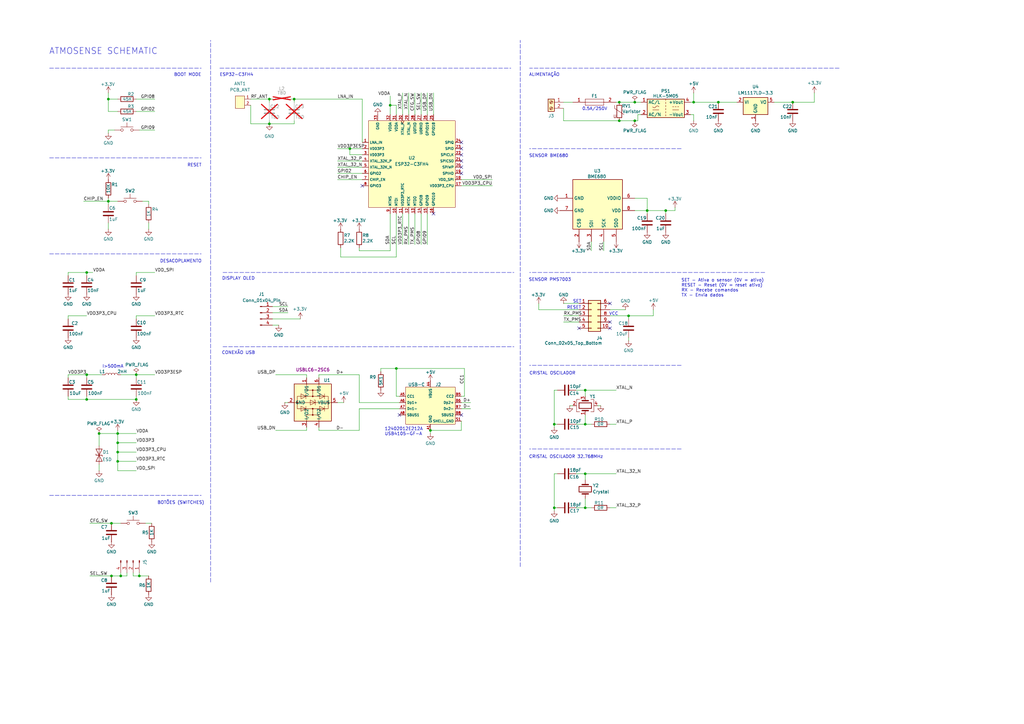
<source format=kicad_sch>
(kicad_sch (version 20250114) (generator "eeschema") (generator_version "9.0")
  (paper "A3")
  (text "SET - Ativa o sensor (0V = ativo)\nRESET - Reset (0V = reset ativo)\nRX - Recebe comandos\nTX - Envia dados" (at 279.4 118.11 0) (effects (font (size 1.27 1.27)) (justify left)))
  (text "SENSOR BME680\n" (at 225.044 64.008 0) (effects (font (size 1.27 1.27))))
  (text "CRISTAL OSCILADOR" (at 226.568 153.162 0) (effects (font (size 1.27 1.27))))
  (text "CRISTAL OSCILADOR 32.768MHz" (at 232.156 187.452 0) (effects (font (size 1.27 1.27))))
  (text "SENSOR PMS7003\n" (at 225.552 114.808 0) (effects (font (size 1.27 1.27))))
  (text "12402012E212A\nUSB4105-GF-A" (at 157.734 178.816 0) (effects (font (size 1.27 1.27)) (justify left bottom)))
  (text "ALIMENTAÇÃO\n" (at 223.266 30.734 0) (effects (font (size 1.27 1.27))))
  (text "CONEXÃO USB" (at 97.79 144.78 0) (effects (font (size 1.27 1.27))))
  (text "DISPLAY OLED" (at 97.79 114.3 0) (effects (font (size 1.27 1.27))))
  (text "ATMOSENSE SCHEMATIC\n" (at 42.418 21.082 0) (effects (font (size 2.54 2.54))))
  (text "0.5A/250V" (at 238.76 45.466 0) (effects (font (size 1.27 1.27)) (justify left bottom)))
  (text "RESET" (at 235.458 126.238 0) (effects (font (size 1.27 1.27))))
  (text "SET" (at 236.728 123.698 0) (effects (font (size 1.27 1.27))))
  (text "RESET" (at 79.756 67.818 0) (effects (font (size 1.27 1.27))))
  (text "BOTÕES (SWITCHES)" (at 74.168 206.248 0) (effects (font (size 1.27 1.27))))
  (text "BOOT MODE" (at 76.962 30.734 0) (effects (font (size 1.27 1.27))))
  (text "I>500mA" (at 41.91 151.13 0) (effects (font (size 1.27 1.27)) (justify left bottom)))
  (text "DESACOPLAMENTO\n" (at 74.168 107.188 0) (effects (font (size 1.27 1.27))))
  (text "ESP32-C3FH4" (at 97.028 30.734 0) (effects (font (size 1.27 1.27))))
  (text "VCC\n" (at 251.714 128.778 0) (effects (font (size 1.27 1.27))))
  (junction (at 57.15 236.22))
  (junction (at 240.03 160.02))
  (junction (at 254 41.91))
  (junction (at 254 49.53))
  (junction (at 143.51 60.96))
  (junction (at 227.33 173.99))
  (junction (at 35.56 163.83))
  (junction (at 44.45 82.55))
  (junction (at 240.03 208.28))
  (junction (at 325.12 41.91))
  (junction (at 49.53 236.22))
  (junction (at 44.45 40.64))
  (junction (at 35.56 153.67))
  (junction (at 55.88 163.83))
  (junction (at 273.05 86.36))
  (junction (at 55.88 153.67))
  (junction (at 294.64 41.91))
  (junction (at 284.48 41.91))
  (junction (at 45.72 214.63))
  (junction (at 48.26 177.8))
  (junction (at 45.72 236.22))
  (junction (at 120.65 40.64))
  (junction (at 40.64 177.8))
  (junction (at 110.49 50.8))
  (junction (at 260.35 41.91))
  (junction (at 257.81 129.54))
  (junction (at 240.03 173.99))
  (junction (at 160.02 43.18))
  (junction (at 176.53 176.53))
  (junction (at 227.33 208.28))
  (junction (at 48.26 189.23))
  (junction (at 48.26 181.61))
  (junction (at 48.26 185.42))
  (junction (at 240.03 194.31))
  (junction (at 110.49 40.64))
  (junction (at 35.56 111.76))
  (junction (at 265.43 86.36))
  (junction (at 162.56 151.13))
  (junction (at 260.35 49.53))
  (no_connect (at 250.19 132.08))
  (no_connect (at 189.23 66.04))
  (no_connect (at 189.23 63.5))
  (no_connect (at 250.19 134.62))
  (no_connect (at 177.8 87.63))
  (no_connect (at 189.23 68.58))
  (no_connect (at 189.23 58.42))
  (no_connect (at 189.23 170.18))
  (no_connect (at 163.83 170.18))
  (no_connect (at 148.59 76.2))
  (no_connect (at 189.23 60.96))
  (no_connect (at 250.19 124.46))
  (no_connect (at 189.23 71.12))
  (no_connect (at 237.49 134.62))
  (wire (pts (xy 172.72 87.63) (xy 172.72 100.33)))
  (wire (pts (xy 240.03 160.02) (xy 240.03 162.56)))
  (wire (pts (xy 27.94 130.81) (xy 27.94 129.54)))
  (wire (pts (xy 130.81 176.53) (xy 147.32 176.53)))
  (wire (pts (xy 27.94 113.03) (xy 27.94 111.76)))
  (wire (pts (xy 240.03 173.99) (xy 242.57 173.99)))
  (wire (pts (xy 250.19 129.54) (xy 257.81 129.54)))
  (wire (pts (xy 240.03 208.28) (xy 242.57 208.28)))
  (wire (pts (xy 261.62 46.99) (xy 262.89 46.99)))
  (polyline (pts (xy 279.4 60.96) (xy 217.17 60.96)) (stroke (width 0) (type dash)))
  (wire (pts (xy 49.53 236.22) (xy 45.72 236.22)))
  (polyline (pts (xy 20.32 27.94) (xy 82.55 27.94)) (stroke (width 0) (type dash)))
  (wire (pts (xy 138.43 60.96) (xy 143.51 60.96)))
  (wire (pts (xy 45.72 236.22) (xy 36.83 236.22)))
  (wire (pts (xy 60.96 82.55) (xy 60.96 83.82)))
  (wire (pts (xy 35.56 163.83) (xy 35.56 162.56)))
  (wire (pts (xy 125.73 154.94) (xy 125.73 153.67)))
  (wire (pts (xy 284.48 46.99) (xy 284.48 49.53)))
  (wire (pts (xy 283.21 41.91) (xy 284.48 41.91)))
  (wire (pts (xy 242.57 102.87) (xy 242.57 99.06)))
  (polyline (pts (xy 91.44 111.76) (xy 210.82 111.76)) (stroke (width 0) (type dash)))
  (wire (pts (xy 143.51 60.96) (xy 148.59 60.96)))
  (wire (pts (xy 167.64 87.63) (xy 167.64 100.33)))
  (wire (pts (xy 140.97 165.1) (xy 138.43 165.1)))
  (wire (pts (xy 48.26 189.23) (xy 48.26 193.04)))
  (wire (pts (xy 27.94 163.83) (xy 35.56 163.83)))
  (wire (pts (xy 114.3 133.35) (xy 111.76 133.35)))
  (wire (pts (xy 27.94 153.67) (xy 27.94 154.94)))
  (wire (pts (xy 139.7 101.6) (xy 139.7 105.41)))
  (wire (pts (xy 54.61 234.95) (xy 54.61 236.22)))
  (wire (pts (xy 256.54 127) (xy 250.19 127)))
  (wire (pts (xy 45.72 214.63) (xy 36.83 214.63)))
  (wire (pts (xy 102.87 40.64) (xy 110.49 40.64)))
  (wire (pts (xy 48.26 176.53) (xy 48.26 177.8)))
  (wire (pts (xy 227.33 173.99) (xy 228.6 173.99)))
  (wire (pts (xy 273.05 86.36) (xy 265.43 86.36)))
  (wire (pts (xy 240.03 194.31) (xy 252.73 194.31)))
  (wire (pts (xy 231.14 41.91) (xy 234.95 41.91)))
  (wire (pts (xy 156.21 151.13) (xy 162.56 151.13)))
  (wire (pts (xy 147.32 101.6) (xy 147.32 102.87)))
  (wire (pts (xy 231.14 124.46) (xy 237.49 124.46)))
  (wire (pts (xy 236.22 208.28) (xy 240.03 208.28)))
  (wire (pts (xy 231.14 49.53) (xy 254 49.53)))
  (wire (pts (xy 55.88 129.54) (xy 63.5 129.54)))
  (wire (pts (xy 111.76 130.81) (xy 123.19 130.81)))
  (wire (pts (xy 260.35 41.91) (xy 262.89 41.91)))
  (wire (pts (xy 63.5 40.64) (xy 55.88 40.64)))
  (wire (pts (xy 231.14 129.54) (xy 237.49 129.54)))
  (wire (pts (xy 40.64 190.5) (xy 40.64 193.04)))
  (wire (pts (xy 165.1 38.1) (xy 165.1 46.99)))
  (wire (pts (xy 57.15 236.22) (xy 60.96 236.22)))
  (wire (pts (xy 175.26 38.1) (xy 175.26 46.99)))
  (wire (pts (xy 177.8 38.1) (xy 177.8 46.99)))
  (wire (pts (xy 130.81 176.53) (xy 130.81 175.26)))
  (wire (pts (xy 189.23 176.53) (xy 176.53 176.53)))
  (wire (pts (xy 35.56 163.83) (xy 55.88 163.83)))
  (wire (pts (xy 189.23 172.72) (xy 189.23 176.53)))
  (wire (pts (xy 175.26 87.63) (xy 175.26 100.33)))
  (wire (pts (xy 160.02 39.37) (xy 160.02 43.18)))
  (wire (pts (xy 148.59 63.5) (xy 143.51 63.5)))
  (wire (pts (xy 284.48 41.91) (xy 294.64 41.91)))
  (wire (pts (xy 55.88 113.03) (xy 55.88 111.76)))
  (wire (pts (xy 334.01 38.1) (xy 334.01 41.91)))
  (wire (pts (xy 138.43 73.66) (xy 148.59 73.66)))
  (wire (pts (xy 48.26 185.42) (xy 48.26 189.23)))
  (wire (pts (xy 125.73 176.53) (xy 125.73 175.26)))
  (wire (pts (xy 162.56 151.13) (xy 190.5 151.13)))
  (wire (pts (xy 227.33 209.55) (xy 227.33 208.28)))
  (wire (pts (xy 267.97 129.54) (xy 257.81 129.54)))
  (wire (pts (xy 110.49 49.53) (xy 110.49 50.8)))
  (wire (pts (xy 189.23 167.64) (xy 193.04 167.64)))
  (wire (pts (xy 236.22 160.02) (xy 240.03 160.02)))
  (wire (pts (xy 48.26 45.72) (xy 44.45 45.72)))
  (wire (pts (xy 162.56 162.56) (xy 163.83 162.56)))
  (wire (pts (xy 113.03 176.53) (xy 125.73 176.53)))
  (wire (pts (xy 276.86 86.36) (xy 276.86 85.09)))
  (wire (pts (xy 254 41.91) (xy 260.35 41.91)))
  (polyline (pts (xy 20.32 203.2) (xy 82.55 203.2)) (stroke (width 0) (type dash)))
  (wire (pts (xy 58.42 82.55) (xy 60.96 82.55)))
  (wire (pts (xy 190.5 162.56) (xy 189.23 162.56)))
  (wire (pts (xy 227.33 208.28) (xy 228.6 208.28)))
  (wire (pts (xy 130.81 153.67) (xy 147.32 153.67)))
  (wire (pts (xy 284.48 38.1) (xy 284.48 41.91)))
  (wire (pts (xy 55.88 153.67) (xy 63.5 153.67)))
  (polyline (pts (xy 279.4 184.15) (xy 217.17 184.15)) (stroke (width 0) (type dash)))
  (wire (pts (xy 44.45 40.64) (xy 44.45 45.72)))
  (wire (pts (xy 111.76 125.73) (xy 118.11 125.73)))
  (wire (pts (xy 55.88 111.76) (xy 63.5 111.76)))
  (wire (pts (xy 317.5 41.91) (xy 325.12 41.91)))
  (wire (pts (xy 250.19 208.28) (xy 252.73 208.28)))
  (wire (pts (xy 231.14 44.45) (xy 231.14 49.53)))
  (wire (pts (xy 34.29 82.55) (xy 44.45 82.55)))
  (wire (pts (xy 147.32 153.67) (xy 147.32 165.1)))
  (wire (pts (xy 138.43 71.12) (xy 148.59 71.12)))
  (wire (pts (xy 294.64 41.91) (xy 302.26 41.91)))
  (wire (pts (xy 172.72 38.1) (xy 172.72 46.99)))
  (wire (pts (xy 44.45 81.28) (xy 44.45 82.55)))
  (wire (pts (xy 257.81 138.43) (xy 257.81 139.7)))
  (wire (pts (xy 252.73 41.91) (xy 254 41.91)))
  (wire (pts (xy 118.11 165.1) (xy 116.84 165.1)))
  (wire (pts (xy 110.49 41.91) (xy 110.49 40.64)))
  (wire (pts (xy 167.64 38.1) (xy 167.64 46.99)))
  (wire (pts (xy 55.88 162.56) (xy 55.88 163.83)))
  (polyline (pts (xy 20.32 64.77) (xy 82.55 64.77)) (stroke (width 0) (type dash)))
  (wire (pts (xy 138.43 68.58) (xy 148.59 68.58)))
  (wire (pts (xy 110.49 40.64) (xy 111.76 40.64)))
  (wire (pts (xy 201.93 76.2) (xy 189.23 76.2)))
  (wire (pts (xy 260.35 86.36) (xy 265.43 86.36)))
  (wire (pts (xy 44.45 53.34) (xy 46.99 53.34)))
  (wire (pts (xy 143.51 60.96) (xy 143.51 63.5)))
  (wire (pts (xy 110.49 50.8) (xy 120.65 50.8)))
  (wire (pts (xy 227.33 208.28) (xy 227.33 194.31)))
  (polyline (pts (xy 90.17 27.94) (xy 209.55 27.94)) (stroke (width 0) (type dash)))
  (wire (pts (xy 40.64 177.8) (xy 48.26 177.8)))
  (wire (pts (xy 45.72 214.63) (xy 49.53 214.63)))
  (wire (pts (xy 260.35 49.53) (xy 261.62 49.53)))
  (wire (pts (xy 160.02 43.18) (xy 160.02 46.99)))
  (wire (pts (xy 148.59 40.64) (xy 148.59 58.42)))
  (wire (pts (xy 265.43 81.28) (xy 265.43 86.36)))
  (wire (pts (xy 48.26 185.42) (xy 55.88 185.42)))
  (wire (pts (xy 240.03 204.47) (xy 240.03 208.28)))
  (wire (pts (xy 48.26 181.61) (xy 48.26 185.42)))
  (wire (pts (xy 201.93 73.66) (xy 189.23 73.66)))
  (wire (pts (xy 55.88 153.67) (xy 55.88 154.94)))
  (wire (pts (xy 231.14 132.08) (xy 237.49 132.08)))
  (polyline (pts (xy 20.32 104.14) (xy 82.55 104.14)) (stroke (width 0) (type dash)))
  (wire (pts (xy 63.5 53.34) (xy 57.15 53.34)))
  (wire (pts (xy 48.26 189.23) (xy 55.88 189.23)))
  (wire (pts (xy 138.43 66.04) (xy 148.59 66.04)))
  (wire (pts (xy 49.53 236.22) (xy 52.07 236.22)))
  (wire (pts (xy 44.45 83.82) (xy 44.45 82.55)))
  (wire (pts (xy 55.88 130.81) (xy 55.88 129.54)))
  (wire (pts (xy 176.53 177.8) (xy 176.53 176.53)))
  (wire (pts (xy 35.56 153.67) (xy 41.91 153.67)))
  (wire (pts (xy 44.45 93.98) (xy 44.45 91.44)))
  (wire (pts (xy 162.56 151.13) (xy 162.56 162.56)))
  (wire (pts (xy 227.33 173.99) (xy 227.33 160.02)))
  (wire (pts (xy 60.96 91.44) (xy 60.96 93.98)))
  (wire (pts (xy 54.61 236.22) (xy 57.15 236.22)))
  (wire (pts (xy 125.73 153.67) (xy 113.03 153.67)))
  (wire (pts (xy 27.94 153.67) (xy 35.56 153.67)))
  (wire (pts (xy 27.94 163.83) (xy 27.94 162.56)))
  (wire (pts (xy 57.15 234.95) (xy 57.15 236.22)))
  (wire (pts (xy 40.64 177.8) (xy 40.64 182.88)))
  (wire (pts (xy 227.33 160.02) (xy 228.6 160.02)))
  (wire (pts (xy 44.45 54.61) (xy 44.45 53.34)))
  (wire (pts (xy 52.07 234.95) (xy 52.07 236.22)))
  (wire (pts (xy 27.94 111.76) (xy 35.56 111.76)))
  (wire (pts (xy 35.56 111.76) (xy 35.56 113.03)))
  (wire (pts (xy 119.38 40.64) (xy 120.65 40.64)))
  (wire (pts (xy 170.18 100.33) (xy 170.18 87.63)))
  (wire (pts (xy 120.65 40.64) (xy 148.59 40.64)))
  (wire (pts (xy 63.5 45.72) (xy 55.88 45.72)))
  (wire (pts (xy 35.56 153.67) (xy 35.56 154.94)))
  (wire (pts (xy 220.98 124.46) (xy 220.98 127)))
  (wire (pts (xy 48.26 40.64) (xy 44.45 40.64)))
  (wire (pts (xy 139.7 105.41) (xy 162.56 105.41)))
  (wire (pts (xy 48.26 177.8) (xy 55.88 177.8)))
  (wire (pts (xy 48.26 177.8) (xy 48.26 181.61)))
  (wire (pts (xy 156.21 151.13) (xy 156.21 152.4)))
  (wire (pts (xy 190.5 162.56) (xy 190.5 151.13)))
  (wire (pts (xy 147.32 167.64) (xy 147.32 176.53)))
  (polyline (pts (xy 344.17 27.94) (xy 217.17 27.94)) (stroke (width 0) (type dash)))
  (wire (pts (xy 44.45 38.1) (xy 44.45 40.64)))
  (wire (pts (xy 147.32 165.1) (xy 163.83 165.1)))
  (wire (pts (xy 267.97 129.54) (xy 267.97 127)))
  (wire (pts (xy 240.03 170.18) (xy 240.03 173.99)))
  (wire (pts (xy 245.11 166.37) (xy 246.38 166.37)))
  (wire (pts (xy 120.65 41.91) (xy 120.65 40.64)))
  (wire (pts (xy 260.35 81.28) (xy 265.43 81.28)))
  (wire (pts (xy 147.32 102.87) (xy 160.02 102.87)))
  (wire (pts (xy 162.56 46.99) (xy 162.56 43.18)))
  (wire (pts (xy 257.81 130.81) (xy 257.81 129.54)))
  (wire (pts (xy 233.68 166.37) (xy 234.95 166.37)))
  (polyline (pts (xy 91.44 142.24) (xy 210.82 142.24)) (stroke (width 0) (type dash)))
  (wire (pts (xy 220.98 127) (xy 237.49 127)))
  (wire (pts (xy 49.53 234.95) (xy 49.53 236.22)))
  (wire (pts (xy 261.62 49.53) (xy 261.62 46.99)))
  (wire (pts (xy 254 49.53) (xy 260.35 49.53)))
  (wire (pts (xy 170.18 38.1) (xy 170.18 46.99)))
  (polyline (pts (xy 279.4 149.86) (xy 217.17 149.86)) (stroke (width 0) (type dash)))
  (wire (pts (xy 48.26 193.04) (xy 55.88 193.04)))
  (wire (pts (xy 227.33 175.26) (xy 227.33 173.99)))
  (wire (pts (xy 62.23 214.63) (xy 59.69 214.63)))
  (polyline (pts (xy 213.36 232.41) (xy 213.36 16.51)) (stroke (width 0) (type dash)))
  (wire (pts (xy 130.81 153.67) (xy 130.81 154.94)))
  (polyline (pts (xy 86.36 238.76) (xy 86.36 16.51)) (stroke (width 0) (type dash)))
  (wire (pts (xy 44.45 82.55) (xy 48.26 82.55)))
  (wire (pts (xy 102.87 50.8) (xy 110.49 50.8)))
  (wire (pts (xy 49.53 153.67) (xy 55.88 153.67)))
  (wire (pts (xy 160.02 43.18) (xy 162.56 43.18)))
  (wire (pts (xy 240.03 194.31) (xy 240.03 196.85)))
  (wire (pts (xy 276.86 86.36) (xy 273.05 86.36)))
  (wire (pts (xy 162.56 87.63) (xy 162.56 105.41)))
  (wire (pts (xy 102.87 43.18) (xy 102.87 50.8)))
  (wire (pts (xy 240.03 160.02) (xy 252.73 160.02)))
  (wire (pts (xy 165.1 100.33) (xy 165.1 87.63)))
  (wire (pts (xy 283.21 46.99) (xy 284.48 46.99)))
  (wire (pts (xy 120.65 50.8) (xy 120.65 49.53)))
  (polyline (pts (xy 313.69 111.76) (xy 217.17 111.76)) (stroke (width 0) (type dash)))
  (wire (pts (xy 189.23 165.1) (xy 193.04 165.1)))
  (wire (pts (xy 160.02 87.63) (xy 160.02 102.87)))
  (wire (pts (xy 111.76 128.27) (xy 118.11 128.27)))
  (wire (pts (xy 147.32 167.64) (xy 163.83 167.64)))
  (wire (pts (xy 227.33 194.31) (xy 228.6 194.31)))
  (wire (pts (xy 250.19 173.99) (xy 252.73 173.99)))
  (wire (pts (xy 236.22 173.99) (xy 240.03 173.99)))
  (wire (pts (xy 325.12 41.91) (xy 334.01 41.91)))
  (wire (pts (xy 48.26 181.61) (xy 55.88 181.61)))
  (wire (pts (xy 236.22 194.31) (xy 240.03 194.31)))
  (wire (pts (xy 247.65 102.87) (xy 247.65 99.06)))
  (wire (pts (xy 27.94 129.54) (xy 35.56 129.54)))
  (wire (pts (xy 273.05 87.63) (xy 273.05 86.36)))
  (wire (pts (xy 35.56 111.76) (xy 38.1 111.76)))
  (wire (pts (xy 265.43 86.36) (xy 265.43 87.63)))
  (label "CFG_SW" (at 36.83 214.63 0))
  (label "VDD3P3" (at 27.94 153.67 0))
  (label "VDDA" (at 160.02 39.37 180))
  (label "XTAL_N" (at 167.64 38.1 270))
  (label "VDD3P3_RTC" (at 55.88 189.23 0))
  (label "CC1" (at 190.5 157.48 90))
  (label "VDD3P3_CPU" (at 201.93 76.2 180))
  (label "RX_PMS" (at 231.14 129.54 0))
  (label "SDA" (at 160.02 100.33 90))
  (label "XTAL_P" (at 252.73 173.99 0))
  (label "SEL_SW" (at 172.72 38.1 270))
  (label "XTAL_32_P" (at 252.73 208.28 0))
  (label "VDDA" (at 38.1 111.76 0))
  (label "VDD_SPI" (at 55.88 193.04 0))
  (label "VDD_SPI" (at 63.5 111.76 0))
  (label "XTAL_32_N" (at 252.73 194.31 0))
  (label "GPI08" (at 172.72 100.33 90))
  (label "GPI02" (at 63.5 45.72 180))
  (label "XTAL_P" (at 165.1 38.1 270))
  (label "RF_ANT" (at 102.87 40.64 0))
  (label "SCL" (at 118.11 125.73 180))
  (label "XTAL_32_N" (at 138.43 68.58 0))
  (label "VDD3P3ESP" (at 138.43 60.96 0))
  (label "GPI09" (at 63.5 53.34 180))
  (label "XTAL_N" (at 252.73 160.02 0))
  (label "VDD3P3_RTC" (at 165.1 100.33 90))
  (label "TX_PMS" (at 170.18 100.33 90))
  (label "D-" (at 140.97 176.53 180))
  (label "CHIP_EN" (at 34.29 82.55 0))
  (label "SEL_SW" (at 36.83 236.22 0))
  (label "CHIP_EN" (at 138.43 73.66 0))
  (label "XTAL_32_P" (at 138.43 66.04 0))
  (label "GPI02" (at 138.43 71.12 0))
  (label "USB_DP" (at 175.26 38.1 270))
  (label "VDD3P3_CPU" (at 35.56 129.54 0))
  (label "USB_DP" (at 113.03 153.67 180))
  (label "GPI08" (at 63.5 40.64 180))
  (label "USB_DN" (at 113.03 176.53 180))
  (label "VDD3P3_RTC" (at 63.5 129.54 0))
  (label "TX_PMS" (at 231.14 132.08 0))
  (label "USB_DN" (at 177.8 38.1 270))
  (label "VDDA" (at 55.88 177.8 0))
  (label "D-" (at 193.04 167.64 180))
  (label "SCL" (at 247.65 102.87 90))
  (label "VDD3P3ESP" (at 63.5 153.67 0))
  (label "RX_PMS" (at 167.64 100.33 90))
  (label "LNA_IN" (at 138.43 40.64 0))
  (label "SCL" (at 162.56 100.33 90))
  (label "VDD_SPI" (at 201.93 73.66 180))
  (label "GPI09" (at 175.26 100.33 90))
  (label "VDD3P3" (at 55.88 181.61 0))
  (label "SDA" (at 118.11 128.27 180))
  (label "D+" (at 140.97 153.67 180))
  (label "CFG_SW" (at 170.18 38.1 270))
  (label "SDA" (at 242.57 102.87 90))
  (label "VDD3P3_CPU" (at 55.88 185.42 0))
  (label "D+" (at 193.04 165.1 180))
  (symbol (lib_id "Rastreador_Library:USB-C") (at 176.53 166.37 0) (unit 1)
    (property "Reference" "J2" (at 178.562 157.734 0) (effects (justify left)))
    (property "Value" "USB-C" (at 167.386 157.734 0) (effects (justify left)))
    (property "Footprint" "Connector_USB:USB_C_Receptacle_XKB_U262-16XN-4BVC11" (effects (hide yes)))
    (property "PN1" "USB4105-GF-A" (effects (hide yes)))
    (property "Description1" "Conectores USB USB Type C,2.0, Rec,SMT, 0.95mmTH Shell Stakes,G/F,RA,Top Mnt,T&R" (effects (hide yes)))
    (property "MOUSER1" "https://br.mouser.com/ProductDetail/GCT/USB4105-GF-A?qs=KUoIvG%2F9IlY%2FMLlBMpStpA%3D%3D" (effects (hide yes)))
    (property "Price1" "0,81" (effects (hide yes)))
  )
  (symbol (lib_id "Device:C") (at 120.65 45.72 0) (unit 1) (dnp yes)
    (property "Reference" "C13" (at 120.904 43.688 0) (effects (justify left)))
    (property "Value" "TBD" (at 121.158 48.006 0) (effects (justify left)))
    (property "Footprint" "Capacitor_SMD:C_0402_1005Metric" (effects (hide yes)))
  )
  (symbol (lib_id "power:GND") (at 284.48 49.53 0) (unit 1)
    (property "Reference" "#PWR045" (effects (hide yes)))
    (property "Value" "GND" (at 284.48 53.594 0))
    (property "Description" "Power symbol creates a global label with name \"GND\" , ground" (effects (hide yes)))
  )
  (symbol (lib_id "power:GND") (at 55.88 120.65 0) (unit 1)
    (property "Reference" "#PWR012" (effects (hide yes)))
    (property "Value" "GND" (at 55.88 124.714 0))
    (property "Description" "Power symbol creates a global label with name \"GND\" , ground" (effects (hide yes)))
  )
  (symbol (lib_id "power:GND") (at 116.84 165.1 0) (mirror y) (unit 1)
    (property "Reference" "#PWR019" (effects (hide yes)))
    (property "Value" "GND" (at 116.84 169.164 0))
    (property "Description" "Power symbol creates a global label with name \"GND\" , ground" (effects (hide yes)))
  )
  (symbol (lib_id "Device:C") (at 232.41 173.99 270) (unit 1)
    (property "Reference" "C15" (at 233.68 175.26 90) (effects (justify left)))
    (property "Value" "10pF" (at 233.68 172.72 90) (effects (justify left)))
    (property "Footprint" "Capacitor_SMD:C_0402_1005Metric" (effects (hide yes)))
    (property "Description1" "Capacitores de cerâmica multicamada MLCC - SMD/SMT 50V 10pF X7R 0402 10%" (effects (hide yes)))
    (property "MOUSER1" "https://br.mouser.com/ProductDetail/KEMET/C0402C100K5RACTU?qs=Mv7BduZupUgEdPvwNAxLRQ%3D%3D" (effects (hide yes)))
    (property "PN1" "C0402C100K5RACTU" (effects (hide yes)))
    (property "Price1" "0,13" (effects (hide yes)))
  )
  (symbol (lib_id "Connector:Screw_Terminal_01x02") (at 226.06 41.91 0) (mirror y) (unit 1)
    (property "Reference" "J3" (at 226.06 47.498 0))
    (property "Value" "TB007-508-02BE" (effects (hide yes)))
    (property "Footprint" "TerminalBlock_Phoenix:TerminalBlock_Phoenix_MKDS-1,5-2-5.08_1x02_P5.08mm_Horizontal" (effects (hide yes)))
  )
  (symbol (lib_id "Device:C") (at 110.49 45.72 0) (unit 1) (dnp yes)
    (property "Reference" "C12" (at 110.744 43.688 0) (effects (justify left)))
    (property "Value" "TBD" (at 110.998 48.006 0) (effects (justify left)))
    (property "Footprint" "Capacitor_SMD:C_0402_1005Metric" (effects (hide yes)))
  )
  (symbol (lib_id "Rastreador_Library:ESD") (at 40.64 186.69 90) (unit 1)
    (property "Reference" "D1" (at 43.434 185.42 90))
    (property "Value" "ESD" (at 43.942 188.468 90))
    (property "Footprint" "Diode_SMD:D_SOD-923" (effects (hide yes)))
    (property "Description1" "Supressores de ESD / Diodos TVS SOD-923 EUT SNGL CPR PBF" (effects (hide yes)))
    (property "MOUSER1" "https://br.mouser.com/ProductDetail/onsemi/SZESD9B33ST5G?qs=k6dkFvHqcvB0oAAsSAA7mQ%3D%3D" (effects (hide yes)))
    (property "PN1" "SZESD9B3.3ST5G" (effects (hide yes)))
    (property "Price1" "0,4" (effects (hide yes)))
  )
  (symbol (lib_id "power:PWR_FLAG") (at 40.64 177.8 0) (unit 1)
    (property "Reference" "#FLG01" (effects (hide yes)))
    (property "Value" "PWR_FLAG" (at 40.386 173.736 0))
    (property "Description" "Special symbol for telling ERC where power comes from" (effects (hide yes)))
  )
  (symbol (lib_id "Device:Crystal_GND24") (at 240.03 166.37 90) (unit 1)
    (property "Reference" "Y1" (at 243.078 162.56 90))
    (property "Value" "ECS-400-10-36B2-CKM-TR" (effects (hide yes)))
    (property "Footprint" "Crystal:Crystal_SMD_2520-4Pin_2.5x2.0mm" (effects (hide yes)))
    (property "PN1" "ECS-400-10-36B2-CKM-TR" (effects (hide yes)))
    (property "Description1" "Cristais ESR 30,FREQ 40,STABILITY +/-10ppm,TOLERANCE +/-10ppm,CL 10pF,AGING +/-2 ppm ,-20 +70 C,100uW in typical (Max 200uW), 2.50mm x 2.00mm" (effects (hide yes)))
    (property "MOUSER1" "https://br.mouser.com/ProductDetail/ECS/ECS-400-10-36B2-CKM-TR?qs=aP1CjGhiNiEXFwPeofJtNg%3D%3D" (effects (hide yes)))
    (property "Price1" "0,42" (effects (hide yes)))
  )
  (symbol (lib_id "power:GND") (at 309.88 49.53 0) (unit 1)
    (property "Reference" "#PWR047" (effects (hide yes)))
    (property "Value" "GND" (at 309.88 53.594 0))
  )
  (symbol (lib_id "power:GND") (at 55.88 163.83 0) (unit 1)
    (property "Reference" "#PWR014" (effects (hide yes)))
    (property "Value" "GND" (at 55.88 167.894 0))
    (property "Description" "Power symbol creates a global label with name \"GND\" , ground" (effects (hide yes)))
  )
  (symbol (lib_id "Sensor:BME680") (at 245.11 83.82 270) (unit 1)
    (property "Reference" "U3" (at 246.38 70.104 90) (effects (justify right)))
    (property "Value" "BME680" (at 248.666 72.39 90) (effects (justify right)))
    (property "Footprint" "Package_LGA:Bosch_LGA-8_3x3mm_P0.8mm_ClockwisePinNumbering" (effects (hide yes)))
    (property "Datasheet" "https://ae-bst.resource.bosch.com/media/_tech/media/datasheets/BST-BME680-DS001.pdf" (effects (hide yes)))
    (property "Description" "4-in-1 sensor, gas, humidity, pressure, temperature, I2C and SPI interface, 1.71-3.6V, LGA-8" (effects (hide yes)))
  )
  (symbol (lib_id "power:+5V") (at 176.53 156.21 0) (unit 1)
    (property "Reference" "#PWR026" (effects (hide yes)))
    (property "Value" "+5V" (at 176.53 152.654 0))
    (property "Description" "Power symbol creates a global label with name \"+5V\"" (effects (hide yes)))
  )
  (symbol (lib_name "Varistor_1") (lib_id "Device:Varistor") (at 254 45.72 0) (unit 1)
    (property "Reference" "RV1" (at 255.016 43.434 0) (effects (justify left)))
    (property "Value" "Varistor" (at 255.27 45.72 0) (effects (justify left)))
    (property "Footprint" "Varistor:RV_Disc_D7mm_W4.3mm_P5mm" (effects (hide yes)))
    (property "Description" "Voltage dependent resistor" (effects (hide yes)))
    (property "Sim.Name" "kicad_builtin_varistor" (effects (hide yes)))
    (property "Sim.Device" "SUBCKT" (effects (hide yes)))
    (property "Sim.Pins" "1=A 2=B" (effects (hide yes)))
    (property "Sim.Params" "threshold=1k" (effects (hide yes)))
    (property "Sim.Library" "${KICAD9_SYMBOL_DIR}/Simulation_SPICE.sp" (effects (hide yes)))
  )
  (symbol (lib_id "Device:C") (at 232.41 194.31 90) (unit 1)
    (property "Reference" "C16" (at 237.49 195.58 90) (effects (justify left)))
    (property "Value" "18pF" (at 238.506 192.786 90) (effects (justify left)))
    (property "Footprint" "Capacitor_SMD:C_0402_1005Metric" (effects (hide yes)))
    (property "Description1" "Capacitores de cerâmica multicamada MLCC - SMD/SMT 50V 10pF X7R 0402 10%" (effects (hide yes)))
    (property "MOUSER1" "https://br.mouser.com/ProductDetail/KEMET/C0402C100K5RACTU?qs=Mv7BduZupUgEdPvwNAxLRQ%3D%3D" (effects (hide yes)))
    (property "PN1" "C0402C100K5RACTU" (effects (hide yes)))
    (property "Price1" "0,13" (effects (hide yes)))
  )
  (symbol (lib_id "power:+3.3V") (at 334.01 38.1 0) (unit 1)
    (property "Reference" "#PWR049" (effects (hide yes)))
    (property "Value" "+3.3V" (at 334.01 34.036 0))
    (property "Description" "Power symbol creates a global label with name \"+3.3V\"" (effects (hide yes)))
  )
  (symbol (lib_id "power:GND") (at 231.14 124.46 0) (mirror x) (unit 1)
    (property "Reference" "#PWR033" (effects (hide yes)))
    (property "Value" "GND" (at 231.14 120.904 0))
    (property "Description" "Power symbol creates a global label with name \"GND\" , ground" (effects (hide yes)))
  )
  (symbol (lib_id "power:PWR_FLAG") (at 260.35 49.53 180) (unit 1)
    (property "Reference" "#FLG04" (effects (hide yes)))
    (property "Value" "PWR_FLAG" (at 260.35 53.594 0))
    (property "Description" "Special symbol for telling ERC where power comes from" (effects (hide yes)))
  )
  (symbol (lib_id "power:+5V") (at 140.97 165.1 0) (unit 1)
    (property "Reference" "#PWR022" (effects (hide yes)))
    (property "Value" "+5V" (at 140.97 161.29 0))
    (property "Description" "Power symbol creates a global label with name \"+5V\"" (effects (hide yes)))
  )
  (symbol (lib_id "power:GND") (at 27.94 138.43 0) (unit 1)
    (property "Reference" "#PWR02" (effects (hide yes)))
    (property "Value" "GND" (at 27.94 142.494 0))
    (property "Description" "Power symbol creates a global label with name \"GND\" , ground" (effects (hide yes)))
  )
  (symbol (lib_id "power:+5V") (at 284.48 38.1 0) (unit 1)
    (property "Reference" "#PWR044" (effects (hide yes)))
    (property "Value" "+5V" (at 284.48 34.29 0))
    (property "Description" "Power symbol creates a global label with name \"+5V\"" (effects (hide yes)))
  )
  (symbol (lib_id "Converter_ACDC:HLK-5M05") (at 273.05 44.45 0) (unit 1)
    (property "Reference" "PS1" (at 273.05 37.338 0))
    (property "Value" "HLK-5M05" (at 273.05 39.37 0))
    (property "Footprint" "Converter_ACDC:Converter_ACDC_Hi-Link_HLK-5Mxx" (effects (hide yes)))
    (property "Datasheet" "http://h.hlktech.com/download/ACDC%E7%94%B5%E6%BA%90%E6%A8%A1%E5%9D%975W%E7%B3%BB%E5%88%97/1/%E6%B5%B7%E5%87%8C%E7%A7%915W%E7%B3%BB%E5%88%97%E7%94%B5%E6%BA%90%E6%A8%A1%E5%9D%97%E8%A7%84%E6%A0%BC%E4%B9%A6V2.8.pdf" (effects (hide yes)))
    (property "Description" "Compact AC/DC board mount power module 5W, 5V 1A" (effects (hide yes)))
  )
  (symbol (lib_id "power:GND") (at 40.64 193.04 0) (unit 1)
    (property "Reference" "#PWR04" (effects (hide yes)))
    (property "Value" "GND" (at 40.64 197.104 0))
    (property "Description" "Power symbol creates a global label with name \"GND\" , ground" (effects (hide yes)))
  )
  (symbol (lib_id "Connector:Conn_01x04_Pin") (at 106.68 128.27 0) (unit 1)
    (property "Reference" "J1" (at 107.315 120.65 0))
    (property "Value" "Conn_01x04_Pin" (at 107.315 123.19 0))
    (property "Footprint" "Connector_PinSocket_2.00mm:PinSocket_1x04_P2.00mm_Vertical" (effects (hide yes)))
    (property "Description" "Generic connector, single row, 01x04, script generated" (effects (hide yes)))
  )
  (symbol (lib_id "Switch:SW_Push") (at 52.07 53.34 0) (mirror y) (unit 1)
    (property "Reference" "SW1" (at 52.07 49.022 0))
    (property "Value" "SW_Push" (effects (hide yes)))
    (property "Footprint" "Button_Switch_SMD:SW_SPST_PTS810" (effects (hide yes)))
    (property "Description" "Push button switch, generic, two pins" (effects (hide yes)))
  )
  (symbol (lib_id "power:+3.3V") (at 44.45 73.66 0) (unit 1)
    (property "Reference" "#PWR07" (effects (hide yes)))
    (property "Value" "+3.3V" (at 44.196 70.104 0))
    (property "Description" "Power symbol creates a global label with name \"+3.3V\"" (effects (hide yes)))
  )
  (symbol (lib_name "GND_1") (lib_id "power:GND") (at 156.21 160.02 0) (unit 1)
    (property "Reference" "#PWR025" (effects (hide yes)))
    (property "Value" "GND" (effects (hide yes)))
    (property "Description" "Power symbol creates a global label with name \"GND\" , ground" (effects (hide yes)))
  )
  (symbol (lib_id "power:GND") (at 27.94 120.65 0) (unit 1)
    (property "Reference" "#PWR01" (effects (hide yes)))
    (property "Value" "GND" (at 27.94 124.714 0))
    (property "Description" "Power symbol creates a global label with name \"GND\" , ground" (effects (hide yes)))
  )
  (symbol (lib_id "Device:R") (at 52.07 45.72 270) (mirror x) (unit 1)
    (property "Reference" "R3" (at 52.324 43.688 90) (effects (justify left)))
    (property "Value" "45K" (at 50.292 45.72 90) (effects (justify left)))
    (property "Footprint" "Resistor_SMD:R_0402_1005Metric" (effects (hide yes)))
    (property "Description" "Resistor" (effects (hide yes)))
  )
  (symbol (lib_id "SamacSys_Parts:SF-2410SP050W-2") (at 234.95 41.91 0) (unit 1)
    (property "Reference" "F1" (at 243.84 39.37 0))
    (property "Value" "SF-2410SP050W-2" (effects (hide yes)))
    (property "Footprint" "SamacSys_Parts:FUSC6125X236N" (effects (hide yes)))
    (property "Datasheet" "https://www.bourns.com/docs/Product-Datasheets/SF-2410SPxxxW.pdf" (effects (hide yes)))
    (property "Description" "Surface Mount Fuses 0.5A Time Lag 2410 SinglFuse" (effects (hide yes)))
    (property "Height" "2.36" (effects (hide yes)))
    (property "Mouser Part Number" "652-SF-2410SP050W-2" (effects (hide yes)))
    (property "Mouser Price/Stock" "https://www.mouser.co.uk/ProductDetail/Bourns/SF-2410SP050W-2?qs=55YtniHzbhAbLtmcAyIlLQ%3D%3D" (effects (hide yes)))
    (property "Manufacturer_Name" "Bourns" (effects (hide yes)))
    (property "Manufacturer_Part_Number" "SF-2410SP050W-2" (effects (hide yes)))
  )
  (symbol (lib_id "Switch:SW_Push") (at 54.61 214.63 0) (mirror y) (unit 1)
    (property "Reference" "SW3" (at 54.61 210.312 0))
    (property "Value" "SW_Push" (effects (hide yes)))
    (property "Footprint" "Button_Switch_SMD:SW_SPST_PTS810" (effects (hide yes)))
    (property "Description1" "Interruptor tátil Tact Switch, 12 VDC, 50 mA, 4.2x3.2, 2.5mm H, 180gf, J leads" (effects (hide yes)))
    (property "MOUSER1" "https://www.mouser.com/ProductDetail/CK/PTS815-SJM-250-SMTR-LFS?qs=ahcBuItHZ3xKWmfV%2F2E6bA%3D%3D" (effects (hide yes)))
    (property "PN1" "PTS815 SJM 250 SMTR LFS" (effects (hide yes)))
    (property "Price1" "0,18" (effects (hide yes)))
  )
  (symbol (lib_id "Device:R") (at 44.45 77.47 0) (unit 1)
    (property "Reference" "R1" (at 45.72 75.692 0) (effects (justify left)))
    (property "Value" "10K" (at 44.45 79.248 90) (effects (justify left)))
    (property "Footprint" "Resistor_SMD:R_0402_1005Metric" (effects (hide yes)))
    (property "Description" "Resistor" (effects (hide yes)))
  )
  (symbol (lib_id "power:+3.3V") (at 252.73 99.06 180) (unit 1)
    (property "Reference" "#PWR037" (effects (hide yes)))
    (property "Value" "+3.3V" (at 252.476 102.87 0))
    (property "Description" "Power symbol creates a global label with name \"+3.3V\"" (effects (hide yes)))
  )
  (symbol (lib_id "power:GND") (at 35.56 120.65 0) (unit 1)
    (property "Reference" "#PWR03" (effects (hide yes)))
    (property "Value" "GND" (at 35.56 124.714 0))
    (property "Description" "Power symbol creates a global label with name \"GND\" , ground" (effects (hide yes)))
  )
  (symbol (lib_id "power:GND") (at 44.45 93.98 0) (unit 1)
    (property "Reference" "#PWR08" (effects (hide yes)))
    (property "Value" "GND" (at 44.45 98.044 0))
    (property "Description" "Power symbol creates a global label with name \"GND\" , ground" (effects (hide yes)))
  )
  (symbol (lib_id "power:+5V") (at 267.97 127 0) (unit 1)
    (property "Reference" "#PWR041" (effects (hide yes)))
    (property "Value" "+5V" (at 267.97 123.19 0))
    (property "Description" "Power symbol creates a global label with name \"+5V\"" (effects (hide yes)))
  )
  (symbol (lib_id "Device:C") (at 232.41 160.02 90) (unit 1)
    (property "Reference" "C14" (at 237.49 161.29 90) (effects (justify left)))
    (property "Value" "10pF" (at 238.506 158.496 90) (effects (justify left)))
    (property "Footprint" "Capacitor_SMD:C_0402_1005Metric" (effects (hide yes)))
    (property "Description1" "Capacitores de cerâmica multicamada MLCC - SMD/SMT 50V 10pF X7R 0402 10%" (effects (hide yes)))
    (property "MOUSER1" "https://br.mouser.com/ProductDetail/KEMET/C0402C100K5RACTU?qs=Mv7BduZupUgEdPvwNAxLRQ%3D%3D" (effects (hide yes)))
    (property "PN1" "C0402C100K5RACTU" (effects (hide yes)))
    (property "Price1" "0,13" (effects (hide yes)))
  )
  (symbol (lib_id "Connector:Conn_01x04_Pin") (at 54.61 229.87 270) (unit 1)
    (property "Reference" "J5" (at 59.436 230.632 0))
    (property "Value" "Conn_01x04_Pin" (effects (hide yes)))
    (property "Footprint" "Connector_PinSocket_2.00mm:PinSocket_2x02_P2.00mm_Vertical_SMD" (effects (hide yes)))
    (property "Description" "Generic connector, single row, 01x04, script generated" (effects (hide yes)))
  )
  (symbol (lib_id "Device:R") (at 52.07 40.64 270) (mirror x) (unit 1)
    (property "Reference" "R2" (at 52.324 38.608 90) (effects (justify left)))
    (property "Value" "45K" (at 50.292 40.64 90) (effects (justify left)))
    (property "Footprint" "Resistor_SMD:R_0402_1005Metric" (effects (hide yes)))
    (property "Description" "Resistor" (effects (hide yes)))
  )
  (symbol (lib_id "Device:R") (at 246.38 173.99 90) (unit 1)
    (property "Reference" "R10" (at 247.65 171.958 90) (effects (justify left)))
    (property "Value" "0R" (at 247.65 173.99 90) (effects (justify left)))
    (property "Footprint" "Resistor_SMD:R_0402_1005Metric" (effects (hide yes)))
    (property "Description1" "Resistores de filme grosso - SMD 1/16watt 0ohm Uso comercial" (effects (hide yes)))
    (property "MOUSER1" "https://www.mouser.com/ProductDetail/Vishay-Dale/CRCW04020000Z0EDC?qs=E3Y5ESvWgWOwcf2YlTW7ng%3D%3D" (effects (hide yes)))
    (property "PN1" "CRCW04020000Z0EDC" (effects (hide yes)))
    (property "Price1" "0,1" (effects (hide yes)))
  )
  (symbol (lib_id "power:PWR_FLAG") (at 260.35 41.91 0) (unit 1)
    (property "Reference" "#FLG03" (effects (hide yes)))
    (property "Value" "PWR_FLAG" (at 260.35 37.846 0))
    (property "Description" "Special symbol for telling ERC where power comes from" (effects (hide yes)))
  )
  (symbol (lib_id "power:GND") (at 60.96 93.98 0) (unit 1)
    (property "Reference" "#PWR015" (effects (hide yes)))
    (property "Value" "GND" (at 60.96 98.044 0))
    (property "Description" "Power symbol creates a global label with name \"GND\" , ground" (effects (hide yes)))
  )
  (symbol (lib_id "Rastreador_Library:USBLC6-CUSTOM") (at 120.65 157.48 270) (unit 1)
    (property "Reference" "U1" (at 134.112 155.956 90))
    (property "Value" "USBLC6-2SC6" (effects (hide yes)))
    (property "Footprint" "Package_TO_SOT_SMD:SOT-23-6" (effects (hide yes)))
    (property "PN1" "USBLC6-2SC6" (at 128.27 151.638 90))
  )
  (symbol (lib_id "Device:R") (at 60.96 240.03 0) (mirror y) (unit 1)
    (property "Reference" "R6" (at 59.69 240.03 0) (effects (justify left)))
    (property "Value" "1K" (at 60.96 241.3 90) (effects (justify left)))
    (property "Footprint" "Resistor_SMD:R_0603_1608Metric" (effects (hide yes)))
    (property "Description1" "Resistores de Filme Espesso - SMD 1/10Watt 1Kohms 1% Commercial Use" (effects (hide yes)))
    (property "MOUSER1" "https://www.mouser.com/ProductDetail/Vishay-Dale/CRCW06031K00FKEAC?qs=E3Y5ESvWgWOQ7ePIWbGVFg%3D%3D" (effects (hide yes)))
    (property "PN1" "CRCW06031K00FKEAC" (effects (hide yes)))
    (property "Price1" "0,1" (effects (hide yes)))
  )
  (symbol (lib_id "power:GND") (at 154.94 46.99 180) (unit 1)
    (property "Reference" "#PWR024" (effects (hide yes)))
    (property "Value" "GND" (at 154.94 42.926 0))
    (property "Description" "Power symbol creates a global label with name \"GND\" , ground" (effects (hide yes)))
  )
  (symbol (lib_id "Device:C") (at 35.56 158.75 0) (unit 1)
    (property "Reference" "C5" (at 35.814 156.718 0) (effects (justify left)))
    (property "Value" "100nF" (at 36.068 161.29 0) (effects (justify left)))
    (property "Footprint" "Capacitor_SMD:C_0402_1005Metric" (effects (hide yes)))
    (property "PN1" "GCM155R71H104KE02J" (effects (hide yes)))
    (property "Description1" "Capacitores de cerâmica multicamada MLCC - SMD/SMT .1UF 50V 10% 0402" (effects (hide yes)))
    (property "MOUSER1" "https://br.mouser.com/ProductDetail/Murata-Electronics/GCM155R71H104KE02J?qs=hNud%2FORuBR1wlwGPFWBVDg%3D%3D" (effects (hide yes)))
    (property "Price1" "0,13" (effects (hide yes)))
  )
  (symbol (lib_id "Device:L") (at 45.72 153.67 90) (unit 1)
    (property "Reference" "L1" (at 43.18 152.4 90) (effects (justify left)))
    (property "Value" "2nH" (at 52.07 152.4 90) (effects (justify left)))
    (property "Footprint" "Inductor_SMD:L_0402_1005Metric" (effects (hide yes)))
  )
  (symbol (lib_id "Device:C") (at 27.94 134.62 0) (mirror y) (unit 1)
    (property "Reference" "C2" (at 32.004 132.588 0) (effects (justify left)))
    (property "Value" "100nF" (at 34.29 136.906 0) (effects (justify left)))
    (property "Footprint" "Capacitor_SMD:C_0402_1005Metric" (effects (hide yes)))
    (property "PN1" "GCM155R71H104KE02J" (effects (hide yes)))
    (property "Description1" "Capacitores de cerâmica multicamada MLCC - SMD/SMT .1UF 50V 10% 0402" (effects (hide yes)))
    (property "MOUSER1" "https://br.mouser.com/ProductDetail/Murata-Electronics/GCM155R71H104KE02J?qs=hNud%2FORuBR1wlwGPFWBVDg%3D%3D" (effects (hide yes)))
    (property "Price1" "0,13" (effects (hide yes)))
  )
  (symbol (lib_id "Device:R") (at 246.38 208.28 90) (unit 1)
    (property "Reference" "R11" (at 247.65 206.248 90) (effects (justify left)))
    (property "Value" "0R" (at 247.65 208.28 90) (effects (justify left)))
    (property "Footprint" "Resistor_SMD:R_0402_1005Metric" (effects (hide yes)))
    (property "Description1" "Resistores de filme grosso - SMD 1/16watt 0ohm Uso comercial" (effects (hide yes)))
    (property "MOUSER1" "https://www.mouser.com/ProductDetail/Vishay-Dale/CRCW04020000Z0EDC?qs=E3Y5ESvWgWOwcf2YlTW7ng%3D%3D" (effects (hide yes)))
    (property "PN1" "CRCW04020000Z0EDC" (effects (hide yes)))
    (property "Price1" "0,1" (effects (hide yes)))
  )
  (symbol (lib_id "power:GND") (at 229.87 86.36 270) (unit 1)
    (property "Reference" "#PWR032" (effects (hide yes)))
    (property "Value" "GND" (at 225.044 86.36 90))
  )
  (symbol (lib_id "Device:C") (at 265.43 91.44 0) (mirror y) (unit 1)
    (property "Reference" "C19" (at 265.176 89.408 0) (effects (justify left)))
    (property "Value" "100nF" (at 265.176 93.726 0) (effects (justify left)))
    (property "Footprint" "Capacitor_SMD:C_0402_1005Metric" (effects (hide yes)))
    (property "Description" "Unpolarized capacitor" (effects (hide yes)))
  )
  (symbol (lib_id "power:GND") (at 273.05 95.25 0) (mirror y) (unit 1)
    (property "Reference" "#PWR042" (effects (hide yes)))
    (property "Value" "GND" (at 273.05 99.314 0))
    (property "Description" "Power symbol creates a global label with name \"GND\" , ground" (effects (hide yes)))
  )
  (symbol (lib_id "Device:C") (at 232.41 208.28 270) (unit 1)
    (property "Reference" "C17" (at 233.68 209.55 90) (effects (justify left)))
    (property "Value" "18pF" (at 233.68 207.01 90) (effects (justify left)))
    (property "Footprint" "Capacitor_SMD:C_0402_1005Metric" (effects (hide yes)))
    (property "Description1" "Capacitores de cerâmica multicamada MLCC - SMD/SMT 50V 10pF X7R 0402 10%" (effects (hide yes)))
    (property "MOUSER1" "https://br.mouser.com/ProductDetail/KEMET/C0402C100K5RACTU?qs=Mv7BduZupUgEdPvwNAxLRQ%3D%3D" (effects (hide yes)))
    (property "PN1" "C0402C100K5RACTU" (effects (hide yes)))
    (property "Price1" "0,13" (effects (hide yes)))
  )
  (symbol (lib_id "Switch:SW_Push") (at 53.34 82.55 0) (unit 1)
    (property "Reference" "SW2" (at 53.34 78.232 0))
    (property "Value" "SW_Push" (effects (hide yes)))
    (property "Footprint" "Button_Switch_SMD:SW_SPST_PTS810" (effects (hide yes)))
    (property "Description" "Push button switch, generic, two pins" (effects (hide yes)))
  )
  (symbol (lib_id "power:+3.3V") (at 139.7 93.98 0) (unit 1)
    (property "Reference" "#PWR021" (effects (hide yes)))
    (property "Value" "+3.3V" (at 139.446 90.424 0))
    (property "Description" "Power symbol creates a global label with name \"+3.3V\"" (effects (hide yes)))
  )
  (symbol (lib_id "Device:C") (at 325.12 45.72 0) (mirror y) (unit 1)
    (property "Reference" "C22" (at 324.866 43.688 0) (effects (justify left)))
    (property "Value" "10nF" (at 324.866 48.006 0) (effects (justify left)))
    (property "Footprint" "Capacitor_SMD:C_0402_1005Metric" (effects (hide yes)))
    (property "Description" "Unpolarized capacitor" (effects (hide yes)))
  )
  (symbol (lib_id "power:GND") (at 62.23 222.25 0) (mirror y) (unit 1)
    (property "Reference" "#PWR016" (effects (hide yes)))
    (property "Value" "GND" (at 62.23 226.314 0))
    (property "Description" "Power symbol creates a global label with name \"GND\" , ground" (effects (hide yes)))
  )
  (symbol (lib_name "GND_1") (lib_id "power:GND") (at 246.38 166.37 0) (unit 1)
    (property "Reference" "#PWR036" (effects (hide yes)))
    (property "Value" "GND" (effects (hide yes)))
    (property "Description" "Power symbol creates a global label with name \"GND\" , ground" (effects (hide yes)))
  )
  (symbol (lib_id "Connector_Generic:Conn_02x05_Top_Bottom") (at 242.57 129.54 0) (unit 1)
    (property "Reference" "J4" (at 245.872 138.684 0))
    (property "Value" "Conn_02x05_Top_Bottom" (at 235.204 140.716 0))
    (property "Footprint" "Connector_PinSocket_2.00mm:PinSocket_2x05_P2.00mm_Vertical" (effects (hide yes)))
    (property "Description" "Generic connector, double row, 02x05, top/bottom pin numbering scheme (row 1: 1...pins_per_row, row2: pins_per_row+1 ... num_pins), script generated (kicad-library-utils/schlib/autogen/connector/)" (effects (hide yes)))
  )
  (symbol (lib_id "power:GND") (at 256.54 127 0) (mirror x) (unit 1)
    (property "Reference" "#PWR038" (effects (hide yes)))
    (property "Value" "GND" (at 256.54 123.444 0))
    (property "Description" "Power symbol creates a global label with name \"GND\" , ground" (effects (hide yes)))
  )
  (symbol (lib_id "Device:C") (at 55.88 158.75 0) (unit 1)
    (property "Reference" "C11" (at 56.134 156.718 0) (effects (justify left)))
    (property "Value" "100nF" (at 56.388 161.29 0) (effects (justify left)))
    (property "Footprint" "Capacitor_SMD:C_0402_1005Metric" (effects (hide yes)))
    (property "PN1" "GCM155R71H104KE02J" (effects (hide yes)))
    (property "Description1" "Capacitores de cerâmica multicamada MLCC - SMD/SMT .1UF 50V 10% 0402" (effects (hide yes)))
    (property "MOUSER1" "https://br.mouser.com/ProductDetail/Murata-Electronics/GCM155R71H104KE02J?qs=hNud%2FORuBR1wlwGPFWBVDg%3D%3D" (effects (hide yes)))
    (property "Price1" "0,13" (effects (hide yes)))
  )
  (symbol (lib_id "power:+3.3V") (at 123.19 130.81 0) (unit 1)
    (property "Reference" "#PWR020" (effects (hide yes)))
    (property "Value" "+3.3V" (at 122.936 126.746 0))
    (property "Description" "Power symbol creates a global label with name \"+3.3V\"" (effects (hide yes)))
  )
  (symbol (lib_id "power:GND") (at 325.12 49.53 0) (unit 1)
    (property "Reference" "#PWR048" (effects (hide yes)))
    (property "Value" "GND" (at 325.12 53.594 0))
  )
  (symbol (lib_id "Device:R") (at 60.96 87.63 0) (unit 1)
    (property "Reference" "R4" (at 62.23 85.852 0) (effects (justify left)))
    (property "Value" "1K" (at 60.96 88.9 90) (effects (justify left)))
    (property "Footprint" "Resistor_SMD:R_0402_1005Metric" (effects (hide yes)))
    (property "Description" "Resistor" (effects (hide yes)))
  )
  (symbol (lib_id "Device:C") (at 27.94 116.84 0) (unit 1)
    (property "Reference" "C1" (at 28.194 114.808 0) (effects (justify left)))
    (property "Value" "1uF" (at 28.194 119.126 0) (effects (justify left)))
    (property "Footprint" "Capacitor_SMD:C_0402_1005Metric" (effects (hide yes)))
    (property "Description" "Unpolarized capacitor" (effects (hide yes)))
  )
  (symbol (lib_id "power:GND") (at 229.87 81.28 270) (unit 1)
    (property "Reference" "#PWR031" (effects (hide yes)))
    (property "Value" "GND" (at 225.044 81.28 90))
  )
  (symbol (lib_id "power:GND") (at 227.33 209.55 0) (mirror y) (unit 1)
    (property "Reference" "#PWR030" (effects (hide yes)))
    (property "Value" "GND" (at 227.33 213.614 0))
    (property "Description" "Power symbol creates a global label with name \"GND\" , ground" (effects (hide yes)))
  )
  (symbol (lib_id "Device:C") (at 55.88 116.84 0) (mirror y) (unit 1)
    (property "Reference" "C9" (at 59.944 114.808 0) (effects (justify left)))
    (property "Value" "1uF" (at 59.944 119.126 0) (effects (justify left)))
    (property "Footprint" "Capacitor_SMD:C_0402_1005Metric" (effects (hide yes)))
    (property "PN1" "GRM155R61C105KA12D" (effects (hide yes)))
    (property "Description1" "Capacitores de cerâmica multicamada MLCC - SMD/SMT 1.0UF 16V 10% 0402" (effects (hide yes)))
    (property "MOUSER1" "https://br.mouser.com/ProductDetail/Murata-Electronics/GRM155R61C105KA12D?qs=MNX0Jdkv8mRzFdIwfsySnw%3D%3D" (effects (hide yes)))
    (property "Price1" "0,1" (effects (hide yes)))
  )
  (symbol (lib_id "power:+3.3V") (at 147.32 93.98 0) (unit 1)
    (property "Reference" "#PWR023" (effects (hide yes)))
    (property "Value" "+3.3V" (at 147.066 90.424 0))
    (property "Description" "Power symbol creates a global label with name \"+3.3V\"" (effects (hide yes)))
  )
  (symbol (lib_id "power:GND") (at 257.81 139.7 0) (mirror y) (unit 1)
    (property "Reference" "#PWR039" (effects (hide yes)))
    (property "Value" "GND" (at 257.81 143.764 0))
    (property "Description" "Power symbol creates a global label with name \"GND\" , ground" (effects (hide yes)))
  )
  (symbol (lib_id "Device:C") (at 273.05 91.44 0) (mirror y) (unit 1)
    (property "Reference" "C20" (at 272.796 89.408 0) (effects (justify left)))
    (property "Value" "1uF" (at 272.796 93.726 0) (effects (justify left)))
    (property "Footprint" "Capacitor_SMD:C_0402_1005Metric" (effects (hide yes)))
    (property "Description" "Unpolarized capacitor" (effects (hide yes)))
  )
  (symbol (lib_id "power:+3.3V") (at 276.86 85.09 0) (unit 1)
    (property "Reference" "#PWR043" (effects (hide yes)))
    (property "Value" "+3.3V" (at 276.606 81.534 0))
    (property "Description" "Power symbol creates a global label with name \"+3.3V\"" (effects (hide yes)))
  )
  (symbol (lib_id "Device:C") (at 45.72 218.44 0) (unit 1)
    (property "Reference" "C7" (at 41.402 216.154 0) (effects (justify left)))
    (property "Value" "1uF" (at 41.656 220.726 0) (effects (justify left)))
    (property "Footprint" "Capacitor_SMD:C_0402_1005Metric" (effects (hide yes)))
    (property "PN1" "GRM155R61C105KA12D" (effects (hide yes)))
    (property "Description1" "Capacitores de cerâmica multicamada MLCC - SMD/SMT 1.0UF 16V 10% 0402" (effects (hide yes)))
    (property "MOUSER1" "https://br.mouser.com/ProductDetail/Murata-Electronics/GRM155R61C105KA12D?qs=MNX0Jdkv8mRzFdIwfsySnw%3D%3D" (effects (hide yes)))
    (property "Price1" "0,1" (effects (hide yes)))
  )
  (symbol (lib_id "power:GND") (at 110.49 50.8 0) (unit 1)
    (property "Reference" "#PWR050" (effects (hide yes)))
    (property "Value" "GND" (at 110.49 55.88 0))
    (property "Description" "Power symbol creates a global label with name \"GND\" , ground" (effects (hide yes)))
  )
  (symbol (lib_id "power:GND") (at 114.3 133.35 0) (mirror y) (unit 1)
    (property "Reference" "#PWR018" (effects (hide yes)))
    (property "Value" "GND" (at 114.3 137.414 0))
    (property "Description" "Power symbol creates a global label with name \"GND\" , ground" (effects (hide yes)))
  )
  (symbol (lib_id "power:PWR_FLAG") (at 55.88 153.67 0) (unit 1)
    (property "Reference" "#FLG02" (effects (hide yes)))
    (property "Value" "PWR_FLAG" (at 56.134 149.606 0))
    (property "Description" "Special symbol for telling ERC where power comes from" (effects (hide yes)))
  )
  (symbol (lib_id "Device:C") (at 55.88 134.62 0) (mirror y) (unit 1)
    (property "Reference" "C10" (at 59.944 132.334 0) (effects (justify left)))
    (property "Value" "100nF" (at 62.23 136.906 0) (effects (justify left)))
    (property "Footprint" "Capacitor_SMD:C_0402_1005Metric" (effects (hide yes)))
    (property "PN1" "GCM155R71H104KE02J" (effects (hide yes)))
    (property "Description1" "Capacitores de cerâmica multicamada MLCC - SMD/SMT .1UF 50V 10% 0402" (effects (hide yes)))
    (property "MOUSER1" "https://br.mouser.com/ProductDetail/Murata-Electronics/GCM155R71H104KE02J?qs=hNud%2FORuBR1wlwGPFWBVDg%3D%3D" (effects (hide yes)))
    (property "Price1" "0,13" (effects (hide yes)))
  )
  (symbol (lib_id "Device:R") (at 156.21 156.21 0) (unit 1)
    (property "Reference" "R9" (at 152.908 154.686 0))
    (property "Value" "5K1" (at 156.21 156.21 90))
    (property "Footprint" "Resistor_SMD:R_0402_1005Metric" (effects (hide yes)))
    (property "Description1" "Resistores de Filme Espesso - SMD 1/10watt 5.1Kohms 1%" (effects (hide yes)))
    (property "MOUSER1" "https://br.mouser.com/ProductDetail/Vishay-Dale/CRCW06035K10FKTA?qs=CkW4XlcZ%2FvvxVpp6m1oBjA%3D%3D" (effects (hide yes)))
    (property "PN1" "CRCW06035K10FKTA" (effects (hide yes)))
    (property "Price1" "0,15" (effects (hide yes)))
  )
  (symbol (lib_id "Device:C") (at 27.94 158.75 0) (unit 1)
    (property "Reference" "C3" (at 28.194 156.718 0) (effects (justify left)))
    (property "Value" "10uF" (at 28.448 161.29 0) (effects (justify left)))
    (property "Footprint" "Capacitor_SMD:C_0603_1608Metric" (effects (hide yes)))
    (property "Description1" "Capacitores cerâmicos multicamadas MLCC - SMD/SMT 10UF 25V 10% 0603" (effects (hide yes)))
    (property "MOUSER1" "https://www.mouser.com/ProductDetail/Murata-Electronics/GRM188R61E106KA73D?qs=5aG0NVq1C4z8ebxPkQZf9A%3D%3D" (effects (hide yes)))
    (property "PN1" "GRM188R61E106KA73D" (effects (hide yes)))
    (property "Price1" "0,3" (effects (hide yes)))
  )
  (symbol (lib_id "power:+3.3V") (at 220.98 124.46 0) (unit 1)
    (property "Reference" "#PWR028" (effects (hide yes)))
    (property "Value" "+3.3V" (at 220.726 120.904 0))
    (property "Description" "Power symbol creates a global label with name \"+3.3V\"" (effects (hide yes)))
  )
  (symbol (lib_id "Device:C") (at 294.64 45.72 0) (mirror y) (unit 1)
    (property "Reference" "C21" (at 294.386 43.688 0) (effects (justify left)))
    (property "Value" "10nF" (at 294.386 48.006 0) (effects (justify left)))
    (property "Footprint" "Capacitor_SMD:C_0402_1005Metric" (effects (hide yes)))
    (property "Description" "Unpolarized capacitor" (effects (hide yes)))
  )
  (symbol (lib_id "ESP32-C3FH4:ESP32-C3FH4") (at 168.91 67.31 0) (unit 1)
    (property "Reference" "U2" (at 168.91 64.77 0))
    (property "Value" "ESP32-C3FH4" (at 168.91 67.31 0))
    (property "Footprint" "Package_DFN_QFN:QFN-32-1EP_5x5mm_P0.5mm_EP3.7x3.7mm" (effects (hide yes)))
  )
  (symbol (lib_id "Device:L") (at 115.57 40.64 90) (unit 1) (dnp yes)
    (property "Reference" "L2" (at 115.57 36.322 90))
    (property "Value" "TBD" (at 115.57 38.1 90))
    (property "Footprint" "Inductor_SMD:L_0402_1005Metric" (effects (hide yes)))
  )
  (symbol (lib_id "power:GND") (at 60.96 243.84 0) (mirror y) (unit 1)
    (property "Reference" "#PWR017" (effects (hide yes)))
    (property "Value" "GND" (at 60.96 247.904 0))
    (property "Description" "Power symbol creates a global label with name \"GND\" , ground" (effects (hide yes)))
  )
  (symbol (lib_id "Device:R") (at 62.23 218.44 0) (mirror y) (unit 1)
    (property "Reference" "R5" (at 60.96 218.44 0) (effects (justify left)))
    (property "Value" "1K" (at 62.23 219.71 90) (effects (justify left)))
    (property "Footprint" "Resistor_SMD:R_0603_1608Metric" (effects (hide yes)))
    (property "Description1" "Resistores de Filme Espesso - SMD 1/10Watt 1Kohms 1% Commercial Use" (effects (hide yes)))
    (property "MOUSER1" "https://www.mouser.com/ProductDetail/Vishay-Dale/CRCW06031K00FKEAC?qs=E3Y5ESvWgWOQ7ePIWbGVFg%3D%3D" (effects (hide yes)))
    (property "PN1" "CRCW06031K00FKEAC" (effects (hide yes)))
    (property "Price1" "0,1" (effects (hide yes)))
  )
  (symbol (lib_id "Device:C") (at 45.72 240.03 0) (unit 1)
    (property "Reference" "C8" (at 41.402 237.998 0) (effects (justify left)))
    (property "Value" "1uF" (at 41.656 242.316 0) (effects (justify left)))
    (property "Footprint" "Capacitor_SMD:C_0402_1005Metric" (effects (hide yes)))
    (property "PN1" "GRM155R61C105KA12D" (effects (hide yes)))
    (property "Description1" "Capacitores de cerâmica multicamada MLCC - SMD/SMT 1.0UF 16V 10% 0402" (effects (hide yes)))
    (property "MOUSER1" "https://br.mouser.com/ProductDetail/Murata-Electronics/GRM155R61C105KA12D?qs=MNX0Jdkv8mRzFdIwfsySnw%3D%3D" (effects (hide yes)))
    (property "Price1" "0,1" (effects (hide yes)))
  )
  (symbol (lib_id "Device:R") (at 139.7 97.79 0) (unit 1)
    (property "Reference" "R7" (at 140.97 96.52 0) (effects (justify left)))
    (property "Value" "2.2K" (at 140.97 98.806 0) (effects (justify left)))
    (property "Footprint" "Resistor_SMD:R_0402_1005Metric" (effects (hide yes)))
    (property "Description" "Resistor" (effects (hide yes)))
  )
  (symbol (lib_id "Device:C") (at 257.81 134.62 0) (mirror y) (unit 1)
    (property "Reference" "C18" (at 257.556 132.588 0) (effects (justify left)))
    (property "Value" "10uF" (at 257.556 136.906 0) (effects (justify left)))
    (property "Footprint" "Capacitor_SMD:C_0402_1005Metric" (effects (hide yes)))
    (property "Description" "Unpolarized capacitor" (effects (hide yes)))
  )
  (symbol (lib_id "Device:C") (at 35.56 116.84 0) (unit 1)
    (property "Reference" "C4" (at 35.814 114.808 0) (effects (justify left)))
    (property "Value" "10nF" (at 35.814 119.126 0) (effects (justify left)))
    (property "Footprint" "Capacitor_SMD:C_0402_1005Metric" (effects (hide yes)))
    (property "Description" "Unpolarized capacitor" (effects (hide yes)))
  )
  (symbol (lib_id "power:GND") (at 176.53 177.8 0) (mirror y) (unit 1)
    (property "Reference" "#PWR027" (effects (hide yes)))
    (property "Value" "GND" (at 176.53 181.864 0))
    (property "Description" "Power symbol creates a global label with name \"GND\" , ground" (effects (hide yes)))
  )
  (symbol (lib_id "Device:C") (at 44.45 87.63 0) (unit 1)
    (property "Reference" "C6" (at 44.704 85.344 0) (effects (justify left)))
    (property "Value" "1uF" (at 44.704 89.916 0) (effects (justify left)))
    (property "Footprint" "Capacitor_SMD:C_0402_1005Metric" (effects (hide yes)))
    (property "Description" "Unpolarized capacitor" (effects (hide yes)))
  )
  (symbol (lib_id "power:GND") (at 45.72 222.25 0) (mirror y) (unit 1)
    (property "Reference" "#PWR09" (effects (hide yes)))
    (property "Value" "GND" (at 45.72 226.314 0))
    (property "Description" "Power symbol creates a global label with name \"GND\" , ground" (effects (hide yes)))
  )
  (symbol (lib_id "Rastreador_Library:PCB_ANT") (at 97.79 41.91 0) (unit 1)
    (property "Reference" "ANT1" (at 98.425 34.29 0))
    (property "Value" "PCB_ANT" (at 98.425 36.83 0))
    (property "Footprint" "RF_Antenna:Texas_SWRA117D_2.4GHz_Left" (effects (hide yes)))
  )
  (symbol (lib_id "power:GND") (at 45.72 243.84 0) (mirror y) (unit 1)
    (property "Reference" "#PWR010" (effects (hide yes)))
    (property "Value" "GND" (at 45.72 247.904 0))
    (property "Description" "Power symbol creates a global label with name \"GND\" , ground" (effects (hide yes)))
  )
  (symbol (lib_id "Device:R") (at 147.32 97.79 0) (unit 1)
    (property "Reference" "R8" (at 148.59 96.52 0) (effects (justify left)))
    (property "Value" "2.2K" (at 148.59 98.806 0) (effects (justify left)))
    (property "Footprint" "Resistor_SMD:R_0402_1005Metric" (effects (hide yes)))
    (property "Description" "Resistor" (effects (hide yes)))
  )
  (symbol (lib_id "power:GND") (at 265.43 95.25 0) (mirror y) (unit 1)
    (property "Reference" "#PWR040" (effects (hide yes)))
    (property "Value" "GND" (at 265.43 99.314 0))
    (property "Description" "Power symbol creates a global label with name \"GND\" , ground" (effects (hide yes)))
  )
  (symbol (lib_name "GND_1") (lib_id "power:GND") (at 233.68 166.37 0) (unit 1)
    (property "Reference" "#PWR034" (effects (hide yes)))
    (property "Value" "GND" (effects (hide yes)))
    (property "Description" "Power symbol creates a global label with name \"GND\" , ground" (effects (hide yes)))
  )
  (symbol (lib_id "power:+3.3V") (at 48.26 176.53 0) (unit 1)
    (property "Reference" "#PWR051" (effects (hide yes)))
    (property "Value" "+3.3V" (at 48.006 172.974 0))
    (property "Description" "Power symbol creates a global label with name \"+3.3V\"" (effects (hide yes)))
  )
  (symbol (lib_id "power:+3.3V") (at 44.45 38.1 0) (mirror y) (unit 1)
    (property "Reference" "#PWR05" (effects (hide yes)))
    (property "Value" "+3.3V" (at 44.196 34.544 0))
    (property "Description" "Power symbol creates a global label with name \"+3.3V\"" (effects (hide yes)))
  )
  (symbol (lib_id "power:GND") (at 294.64 49.53 0) (unit 1)
    (property "Reference" "#PWR046" (effects (hide yes)))
    (property "Value" "GND" (at 294.64 53.594 0))
  )
  (symbol (lib_id "power:+3.3V") (at 237.49 99.06 180) (unit 1)
    (property "Reference" "#PWR035" (effects (hide yes)))
    (property "Value" "+3.3V" (at 237.236 102.87 0))
    (property "Description" "Power symbol creates a global label with name \"+3.3V\"" (effects (hide yes)))
  )
  (symbol (lib_id "power:GND") (at 55.88 138.43 0) (unit 1)
    (property "Reference" "#PWR013" (effects (hide yes)))
    (property "Value" "GND" (at 55.88 142.494 0))
    (property "Description" "Power symbol creates a global label with name \"GND\" , ground" (effects (hide yes)))
  )
  (symbol (lib_id "power:GND") (at 44.45 54.61 0) (mirror y) (unit 1)
    (property "Reference" "#PWR06" (effects (hide yes)))
    (property "Value" "GND" (at 44.45 58.674 0))
    (property "Description" "Power symbol creates a global label with name \"GND\" , ground" (effects (hide yes)))
  )
  (symbol (lib_id "power:GND") (at 227.33 175.26 0) (mirror y) (unit 1)
    (property "Reference" "#PWR029" (effects (hide yes)))
    (property "Value" "GND" (at 227.33 179.324 0))
    (property "Description" "Power symbol creates a global label with name \"GND\" , ground" (effects (hide yes)))
  )
  (symbol (lib_id "Device:Crystal") (at 240.03 200.66 90) (unit 1)
    (property "Reference" "Y2" (at 243.078 199.136 90) (effects (justify right)))
    (property "Value" "Crystal" (at 243.078 201.676 90) (effects (justify right)))
    (property "Footprint" "Crystal:Crystal_SMD_2520-4Pin_2.5x2.0mm" (effects (hide yes)))
    (property "Description" "Two pin crystal" (effects (hide yes)))
  )
  (symbol (lib_id "Regulator_Linear:LM1117LD-3.3") (at 309.88 41.91 0) (unit 1)
    (property "Reference" "U4" (at 309.88 35.56 0))
    (property "Value" "LM1117LD-3.3" (at 309.88 38.1 0))
    (property "Footprint" "Package_SON:WSON-8-1EP_4x4mm_P0.8mm_EP2.2x3mm" (effects (hide yes)))
    (property "Datasheet" "http://www.ti.com/lit/ds/symlink/lm1117.pdf" (effects (hide yes)))
    (property "Description" "800mA Low-Dropout Linear Regulator, 3.3V fixed output, WSON-8" (effects (hide yes)))
  )
)
</source>
